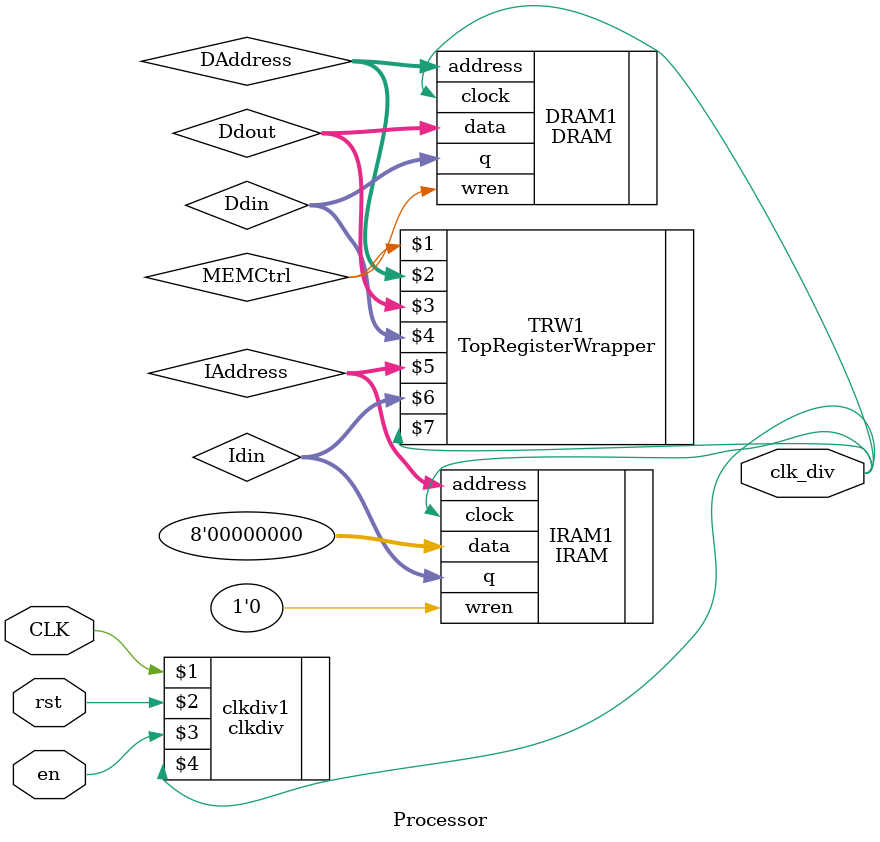
<source format=v>
`include "define.v"
 

  module Processor(CLK,rst,en,clk_div);


  wire  MEMCtrl;

  wire [7:0] DAddress,Ddout,IAddress;

  wire [7:0] Ddin,Idin;
  //wire clk_div;

  input CLK,rst,en;
  output clk_div;
 
  clkdiv clkdiv1(CLK,rst,en,clk_div);
  TopRegisterWrapper TRW1(MEMCtrl,DAddress,Ddout,Ddin,IAddress,Idin,clk_div);
 

  IRAM IRAM1(

	.address(IAddress),

	.clock(clk_div),

	.data(8'd0),

	.wren(1'b0),

	.q(Idin));

	

	DRAM DRAM1(

	.address(DAddress),

	.clock(clk_div),

	.data(Ddout),

	.wren(MEMCtrl),

	.q(Ddin));

  


  endmodule


</source>
